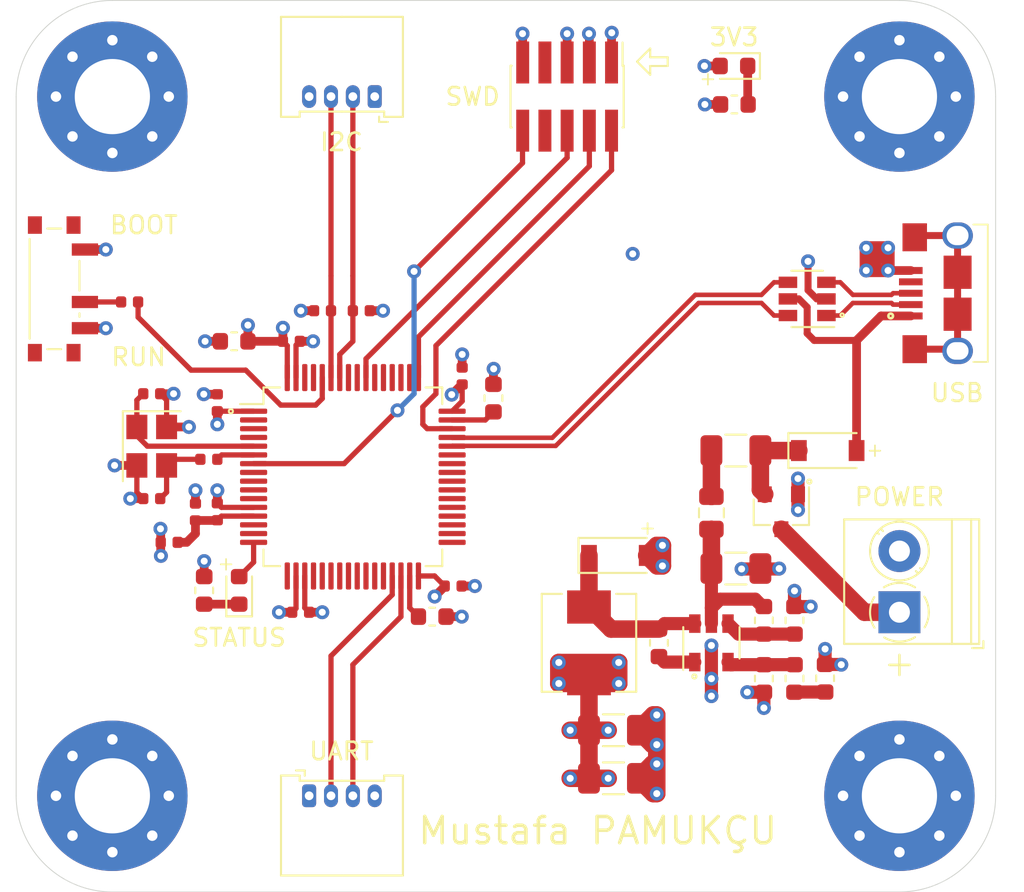
<source format=kicad_pcb>
(kicad_pcb (version 20171130) (host pcbnew "(5.1.7)-1")
  (layers (0 F.Cu signal) (1 In1.Cu power) (2 In2.Cu power) (31 B.Cu signal) (34 B.Paste user) (35 F.Paste user) (36 B.SilkS user) (37 F.SilkS user) (38 B.Mask user) (39 F.Mask user) (44 Edge.Cuts user))
  (net 0 "")
  (net 1 BUCK_IN)
  (net 2 GND)
  (net 3 +3V3)
  (net 4 BUCK_SW)
  (net 5 BUCK_BST)
  (net 6 +3.3VA)
  (net 7 "Net-(C13-Pad1)")
  (net 8 "Net-(C14-Pad1)")
  (net 9 HSE_IN)
  (net 10 "Net-(C16-Pad1)")
  (net 11 +5V)
  (net 12 "Net-(D1-Pad1)")
  (net 13 "Net-(D3-Pad1)")
  (net 14 "Net-(D4-Pad1)")
  (net 15 LED_STATUS)
  (net 16 "Net-(F1-Pad1)")
  (net 17 +12V)
  (net 18 SWDIO)
  (net 19 SWCLK)
  (net 20 SWO)
  (net 21 "Net-(J2-Pad7)")
  (net 22 "Net-(J2-Pad8)")
  (net 23 NRST)
  (net 24 I2C1_SDA)
  (net 25 I2C1_SCL)
  (net 26 USART3_TX)
  (net 27 USART3_RX)
  (net 28 USB_CONN_D-)
  (net 29 USB_CONN_D+)
  (net 30 "Net-(J5-Pad4)")
  (net 31 "Net-(J5-Pad6)")
  (net 32 BUCK_EN)
  (net 33 BUCK_FB)
  (net 34 "Net-(R4-Pad2)")
  (net 35 BOOT0)
  (net 36 "Net-(R7-Pad1)")
  (net 37 HSE_OUT)
  (net 38 "Net-(U2-Pad2)")
  (net 39 "Net-(U2-Pad3)")
  (net 40 "Net-(U2-Pad4)")
  (net 41 "Net-(U2-Pad8)")
  (net 42 "Net-(U2-Pad9)")
  (net 43 "Net-(U2-Pad10)")
  (net 44 "Net-(U2-Pad11)")
  (net 45 "Net-(U2-Pad14)")
  (net 46 "Net-(U2-Pad15)")
  (net 47 "Net-(U2-Pad17)")
  (net 48 "Net-(U2-Pad20)")
  (net 49 "Net-(U2-Pad21)")
  (net 50 "Net-(U2-Pad22)")
  (net 51 "Net-(U2-Pad23)")
  (net 52 "Net-(U2-Pad24)")
  (net 53 "Net-(U2-Pad25)")
  (net 54 "Net-(U2-Pad26)")
  (net 55 "Net-(U2-Pad27)")
  (net 56 "Net-(U2-Pad28)")
  (net 57 "Net-(U2-Pad33)")
  (net 58 "Net-(U2-Pad34)")
  (net 59 "Net-(U2-Pad35)")
  (net 60 "Net-(U2-Pad36)")
  (net 61 "Net-(U2-Pad37)")
  (net 62 "Net-(U2-Pad38)")
  (net 63 "Net-(U2-Pad39)")
  (net 64 "Net-(U2-Pad40)")
  (net 65 "Net-(U2-Pad41)")
  (net 66 "Net-(U2-Pad42)")
  (net 67 "Net-(U2-Pad43)")
  (net 68 USB_D-)
  (net 69 USB_D+)
  (net 70 "Net-(U2-Pad50)")
  (net 71 "Net-(U2-Pad51)")
  (net 72 "Net-(U2-Pad52)")
  (net 73 "Net-(U2-Pad53)")
  (net 74 "Net-(U2-Pad54)")
  (net 75 "Net-(U2-Pad56)")
  (net 76 "Net-(U2-Pad57)")
  (net 77 "Net-(U2-Pad61)")
  (net 78 "Net-(U2-Pad62)")
  (module SchmillipKiCADLibrary:JLCPCB_MountingHole_1.152mm (layer F.Cu) (at 178.25 110)
    (fp_text reference REF**)
    (fp_text value MountingHole_1.152mm)
    (pad "" np_thru_hole circle (at 0 0) (size 1.152 1.152) (drill 1.152) (layers *.Cu *.Mask))
  )
  (module SchmillipKiCADLibrary:JLCPCB_MountingHole_1.152mm (layer F.Cu) (at 178.25 70)
    (fp_text reference REF**)
    (fp_text value MountingHole_1.152mm)
    (pad "" np_thru_hole circle (at 0 0) (size 1.152 1.152) (drill 1.152) (layers *.Cu *.Mask))
  )
  (module SchmillipKiCADLibrary:JLCPCB_MountingHole_1.152mm (layer F.Cu) (at 145.5 70)
    (fp_text reference REF**)
    (fp_text value MountingHole_1.152mm)
    (pad "" np_thru_hole circle (at 0 0) (size 1.152 1.152) (drill 1.152) (layers *.Cu *.Mask))
  )
  (module Button_Switch_SMD:SW_SPDT_PCM12 (layer F.Cu) (at 136.25 81 270)
    (fp_text reference SW1)
    (fp_text value SW_SPDT)
    (pad "" np_thru_hole circle (at -1.5 0.33 270) (size 0.9 0.9) (drill 0.9) (layers *.Cu *.Mask))
    (pad "" np_thru_hole circle (at 1.5 0.33 270) (size 0.9 0.9) (drill 0.9) (layers *.Cu *.Mask))
    (pad 1 smd rect (at -2.25 -1.43 270) (size 0.7 1.5) (layers F.Cu F.Paste F.Mask) (net 3 +3V3))
    (pad 2 smd rect (at 0.75 -1.43 270) (size 0.7 1.5) (layers F.Cu F.Paste F.Mask) (net 36 "Net-(R7-Pad1)"))
    (pad 3 smd rect (at 2.25 -1.43 270) (size 0.7 1.5) (layers F.Cu F.Paste F.Mask) (net 2 GND))
    (pad "" smd rect (at -3.65 1.43 270) (size 1 0.8) (layers F.Cu F.Paste F.Mask))
    (pad "" smd rect (at 3.65 1.43 270) (size 1 0.8) (layers F.Cu F.Paste F.Mask))
    (pad "" smd rect (at 3.65 -0.78 270) (size 1 0.8) (layers F.Cu F.Paste F.Mask))
    (pad "" smd rect (at -3.65 -0.78 270) (size 1 0.8) (layers F.Cu F.Paste F.Mask))
  )
  (module Connector_PinHeader_1.27mm:PinHeader_2x05_P1.27mm_Vertical_SMD (layer F.Cu) (at 165.25 70 270)
    (fp_text reference J2)
    (fp_text value SWD)
    (pad 10 smd rect (at 1.95 2.54 270) (size 2.4 0.74) (layers F.Cu F.Paste F.Mask) (net 23 NRST))
    (pad 9 smd rect (at -1.95 2.54 270) (size 2.4 0.74) (layers F.Cu F.Paste F.Mask) (net 2 GND))
    (pad 8 smd rect (at 1.95 1.27 270) (size 2.4 0.74) (layers F.Cu F.Paste F.Mask) (net 22 "Net-(J2-Pad8)"))
    (pad 7 smd rect (at -1.95 1.27 270) (size 2.4 0.74) (layers F.Cu F.Paste F.Mask) (net 21 "Net-(J2-Pad7)"))
    (pad 6 smd rect (at 1.95 0 270) (size 2.4 0.74) (layers F.Cu F.Paste F.Mask) (net 20 SWO))
    (pad 5 smd rect (at -1.95 0 270) (size 2.4 0.74) (layers F.Cu F.Paste F.Mask) (net 2 GND))
    (pad 4 smd rect (at 1.95 -1.27 270) (size 2.4 0.74) (layers F.Cu F.Paste F.Mask) (net 19 SWCLK))
    (pad 3 smd rect (at -1.95 -1.27 270) (size 2.4 0.74) (layers F.Cu F.Paste F.Mask) (net 2 GND))
    (pad 2 smd rect (at 1.95 -2.54 270) (size 2.4 0.74) (layers F.Cu F.Paste F.Mask) (net 18 SWDIO))
    (pad 1 smd rect (at -1.95 -2.54 270) (size 2.4 0.74) (layers F.Cu F.Paste F.Mask) (net 3 +3V3))
  )
  (module Capacitor_SMD:C_1206_3216Metric (layer F.Cu) (at 174.9 97)
    (fp_text reference C1)
    (fp_text value 10u)
    (pad 1 smd roundrect (at -1.4 0) (size 1.25 1.75) (layers F.Cu F.Paste F.Mask) (roundrect_rratio 0.2) (net 1 BUCK_IN))
    (pad 2 smd roundrect (at 1.4 0) (size 1.25 1.75) (layers F.Cu F.Paste F.Mask) (roundrect_rratio 0.2) (net 2 GND))
  )
  (module Capacitor_SMD:C_1206_3216Metric (layer F.Cu) (at 167.9 106.25)
    (fp_text reference C2)
    (fp_text value 10u)
    (pad 1 smd roundrect (at -1.4 0) (size 1.25 1.75) (layers F.Cu F.Paste F.Mask) (roundrect_rratio 0.2) (net 3 +3V3))
    (pad 2 smd roundrect (at 1.4 0) (size 1.25 1.75) (layers F.Cu F.Paste F.Mask) (roundrect_rratio 0.2) (net 2 GND))
  )
  (module Capacitor_SMD:C_1206_3216Metric (layer F.Cu) (at 167.9 109)
    (fp_text reference C3)
    (fp_text value 10u)
    (pad 2 smd roundrect (at 1.4 0) (size 1.25 1.75) (layers F.Cu F.Paste F.Mask) (roundrect_rratio 0.2) (net 2 GND))
    (pad 1 smd roundrect (at -1.4 0) (size 1.25 1.75) (layers F.Cu F.Paste F.Mask) (roundrect_rratio 0.2) (net 3 +3V3))
  )
  (module Capacitor_SMD:C_0603_1608Metric (layer F.Cu) (at 170.5 101.25 270)
    (fp_text reference C4)
    (fp_text value 10n)
    (pad 1 smd roundrect (at -0.7875 0 270) (size 0.875 0.95) (layers F.Cu F.Paste F.Mask) (net 4 BUCK_SW))
    (pad 2 smd roundrect (at 0.7875 0 270) (size 0.875 0.95) (layers F.Cu F.Paste F.Mask) (net 5 BUCK_BST))
  )
  (module Capacitor_SMD:C_0603_1608Metric (layer F.Cu) (at 146.2125 84 180)
    (fp_text reference C5)
    (fp_text value 4u7)
    (pad 2 smd roundrect (at 0.7875 0 180) (size 0.875 0.95) (layers F.Cu F.Paste F.Mask) (net 2 GND))
    (pad 1 smd roundrect (at -0.7875 0 180) (size 0.875 0.95) (layers F.Cu F.Paste F.Mask) (net 3 +3V3))
  )
  (module Capacitor_SMD:C_0402_1005Metric (layer F.Cu) (at 145.25 87.515 90)
    (fp_text reference C6)
    (fp_text value 100n)
    (pad 2 smd roundrect (at 0.485 0 90) (size 0.59 0.64) (layers F.Cu F.Paste F.Mask) (net 2 GND))
    (pad 1 smd roundrect (at -0.485 0 90) (size 0.59 0.64) (layers F.Cu F.Paste F.Mask) (net 3 +3V3))
  )
  (module Capacitor_SMD:C_0402_1005Metric (layer F.Cu) (at 150.015 99.5 180)
    (fp_text reference C7)
    (fp_text value 100n)
    (pad 1 smd roundrect (at -0.485 0 180) (size 0.59 0.64) (layers F.Cu F.Paste F.Mask) (net 3 +3V3))
    (pad 2 smd roundrect (at 0.485 0 180) (size 0.59 0.64) (layers F.Cu F.Paste F.Mask) (net 2 GND))
  )
  (module Capacitor_SMD:C_0402_1005Metric (layer F.Cu) (at 158.735 98)
    (fp_text reference C8)
    (fp_text value 100n)
    (pad 2 smd roundrect (at 0.485 0) (size 0.59 0.64) (layers F.Cu F.Paste F.Mask) (net 2 GND))
    (pad 1 smd roundrect (at -0.485 0) (size 0.59 0.64) (layers F.Cu F.Paste F.Mask) (net 3 +3V3))
  )
  (module Capacitor_SMD:C_0402_1005Metric (layer F.Cu) (at 159.25 85.985 90)
    (fp_text reference C9)
    (fp_text value 100n)
    (pad 1 smd roundrect (at -0.485 0 90) (size 0.59 0.64) (layers F.Cu F.Paste F.Mask) (net 3 +3V3))
    (pad 2 smd roundrect (at 0.485 0 90) (size 0.59 0.64) (layers F.Cu F.Paste F.Mask) (net 2 GND))
  )
  (module Capacitor_SMD:C_0402_1005Metric (layer F.Cu) (at 149.485 84)
    (fp_text reference C10)
    (fp_text value 100n)
    (pad 2 smd roundrect (at 0.485 0) (size 0.59 0.64) (layers F.Cu F.Paste F.Mask) (net 2 GND))
    (pad 1 smd roundrect (at -0.485 0) (size 0.59 0.64) (layers F.Cu F.Paste F.Mask) (net 3 +3V3))
  )
  (module Capacitor_SMD:C_0402_1005Metric (layer F.Cu) (at 144 93.765 90)
    (fp_text reference C11)
    (fp_text value 1u)
    (pad 1 smd roundrect (at -0.485 0 90) (size 0.59 0.64) (layers F.Cu F.Paste F.Mask) (net 6 +3.3VA))
    (pad 2 smd roundrect (at 0.485 0 90) (size 0.59 0.64) (layers F.Cu F.Paste F.Mask) (net 2 GND))
  )
  (module Capacitor_SMD:C_0402_1005Metric (layer F.Cu) (at 145.25 93.75 90)
    (fp_text reference C12)
    (fp_text value 10n)
    (pad 1 smd roundrect (at -0.485 0 90) (size 0.59 0.64) (layers F.Cu F.Paste F.Mask) (net 6 +3.3VA))
    (pad 2 smd roundrect (at 0.485 0 90) (size 0.59 0.64) (layers F.Cu F.Paste F.Mask) (net 2 GND))
  )
  (module Capacitor_SMD:C_0603_1608Metric (layer F.Cu) (at 157.5375 99.75)
    (fp_text reference C13)
    (fp_text value 2u2)
    (pad 1 smd roundrect (at -0.7875 0) (size 0.875 0.95) (layers F.Cu F.Paste F.Mask) (net 7 "Net-(C13-Pad1)"))
    (pad 2 smd roundrect (at 0.7875 0) (size 0.875 0.95) (layers F.Cu F.Paste F.Mask) (net 2 GND))
  )
  (module Capacitor_SMD:C_0603_1608Metric (layer F.Cu) (at 161.0375 87.25 90)
    (fp_text reference C14)
    (fp_text value 2u2)
    (pad 2 smd roundrect (at 0.7875 0 90) (size 0.875 0.95) (layers F.Cu F.Paste F.Mask) (net 2 GND))
    (pad 1 smd roundrect (at -0.7875 0 90) (size 0.875 0.95) (layers F.Cu F.Paste F.Mask) (net 8 "Net-(C14-Pad1)"))
  )
  (module Capacitor_SMD:C_0402_1005Metric (layer F.Cu) (at 141.5 87)
    (fp_text reference C15)
    (fp_text value 12p)
    (pad 2 smd roundrect (at 0.485 0) (size 0.59 0.64) (layers F.Cu F.Paste F.Mask) (net 2 GND))
    (pad 1 smd roundrect (at -0.485 0) (size 0.59 0.64) (layers F.Cu F.Paste F.Mask) (net 9 HSE_IN))
  )
  (module Capacitor_SMD:C_0402_1005Metric (layer F.Cu) (at 141.5 93 180)
    (fp_text reference C16)
    (fp_text value 12p)
    (pad 1 smd roundrect (at -0.485 0 180) (size 0.59 0.64) (layers F.Cu F.Paste F.Mask) (net 10 "Net-(C16-Pad1)"))
    (pad 2 smd roundrect (at 0.485 0 180) (size 0.59 0.64) (layers F.Cu F.Paste F.Mask) (net 2 GND))
  )
  (module Diode_SMD:D_SOD-123 (layer F.Cu) (at 180.15 90.25)
    (fp_text reference D1)
    (fp_text value B5819W)
    (pad 2 smd rect (at 1.65 0) (size 0.9 1.2) (layers F.Cu F.Paste F.Mask) (net 11 +5V))
    (pad 1 smd rect (at -1.65 0) (size 0.9 1.2) (layers F.Cu F.Paste F.Mask) (net 12 "Net-(D1-Pad1)"))
  )
  (module Diode_SMD:D_SOD-123 (layer F.Cu) (at 168.15 96.25)
    (fp_text reference D2)
    (fp_text value B5819W)
    (pad 1 smd rect (at -1.65 0) (size 0.9 1.2) (layers F.Cu F.Paste F.Mask) (net 4 BUCK_SW))
    (pad 2 smd rect (at 1.65 0) (size 0.9 1.2) (layers F.Cu F.Paste F.Mask) (net 2 GND))
  )
  (module LED_SMD:LED_0603_1608Metric (layer F.Cu) (at 174.7875 68.25 180)
    (fp_text reference D3)
    (fp_text value RED)
    (pad 2 smd roundrect (at 0.7875 0 180) (size 0.875 0.95) (layers F.Cu F.Paste F.Mask) (net 3 +3V3))
    (pad 1 smd roundrect (at -0.7875 0 180) (size 0.875 0.95) (layers F.Cu F.Paste F.Mask) (net 13 "Net-(D3-Pad1)"))
  )
  (module LED_SMD:LED_0603_1608Metric (layer F.Cu) (at 146.5 98.25 90)
    (fp_text reference D4)
    (fp_text value BLUE)
    (pad 1 smd roundrect (at -0.7875 0 90) (size 0.875 0.95) (layers F.Cu F.Paste F.Mask) (net 14 "Net-(D4-Pad1)"))
    (pad 2 smd roundrect (at 0.7875 0 90) (size 0.875 0.95) (layers F.Cu F.Paste F.Mask) (net 15 LED_STATUS))
  )
  (module Fuse:Fuse_1206_3216Metric (layer F.Cu) (at 174.9 90.25)
    (fp_text reference F1)
    (fp_text value 250mA)
    (pad 1 smd roundrect (at -1.4 0) (size 1.25 1.75) (layers F.Cu F.Paste F.Mask) (roundrect_rratio 0.2) (net 16 "Net-(F1-Pad1)"))
    (pad 2 smd roundrect (at 1.4 0) (size 1.25 1.75) (layers F.Cu F.Paste F.Mask) (roundrect_rratio 0.2) (net 12 "Net-(D1-Pad1)"))
  )
  (module Inductor_SMD:L_0805_2012Metric (layer F.Cu) (at 173.5 93.8125 90)
    (fp_text reference FB1)
    (fp_text value "600 @ 600MHz")
    (pad 1 smd roundrect (at -0.9375 0 90) (size 0.975 1.4) (layers F.Cu F.Paste F.Mask) (net 1 BUCK_IN))
    (pad 2 smd roundrect (at 0.9375 0 90) (size 0.975 1.4) (layers F.Cu F.Paste F.Mask) (net 16 "Net-(F1-Pad1)"))
  )
  (module MountingHole:MountingHole_4.3mm_M4_Pad_Via (layer F.Cu) (at 184.25 70)
    (fp_text reference H1)
    (fp_text value MountingHole_Pad)
    (pad 1 thru_hole circle (at 0 0) (size 8.6 8.6) (drill 4.3) (layers *.Cu *.Mask) (net 2 GND))
    (pad 1 thru_hole circle (at 3.225 0) (size 0.9 0.9) (drill 0.6) (layers *.Cu *.Mask) (net 2 GND))
    (pad 1 thru_hole circle (at 2.280419 2.280419) (size 0.9 0.9) (drill 0.6) (layers *.Cu *.Mask) (net 2 GND))
    (pad 1 thru_hole circle (at 0 3.225) (size 0.9 0.9) (drill 0.6) (layers *.Cu *.Mask) (net 2 GND))
    (pad 1 thru_hole circle (at -2.280419 2.280419) (size 0.9 0.9) (drill 0.6) (layers *.Cu *.Mask) (net 2 GND))
    (pad 1 thru_hole circle (at -3.225 0) (size 0.9 0.9) (drill 0.6) (layers *.Cu *.Mask) (net 2 GND))
    (pad 1 thru_hole circle (at -2.280419 -2.280419) (size 0.9 0.9) (drill 0.6) (layers *.Cu *.Mask) (net 2 GND))
    (pad 1 thru_hole circle (at 0 -3.225) (size 0.9 0.9) (drill 0.6) (layers *.Cu *.Mask) (net 2 GND))
    (pad 1 thru_hole circle (at 2.280419 -2.280419) (size 0.9 0.9) (drill 0.6) (layers *.Cu *.Mask) (net 2 GND))
  )
  (module MountingHole:MountingHole_4.3mm_M4_Pad_Via (layer F.Cu) (at 184.25 110)
    (fp_text reference H2)
    (fp_text value MountingHole_Pad)
    (pad 1 thru_hole circle (at 2.280419 -2.280419) (size 0.9 0.9) (drill 0.6) (layers *.Cu *.Mask) (net 2 GND))
    (pad 1 thru_hole circle (at 0 -3.225) (size 0.9 0.9) (drill 0.6) (layers *.Cu *.Mask) (net 2 GND))
    (pad 1 thru_hole circle (at -2.280419 -2.280419) (size 0.9 0.9) (drill 0.6) (layers *.Cu *.Mask) (net 2 GND))
    (pad 1 thru_hole circle (at -3.225 0) (size 0.9 0.9) (drill 0.6) (layers *.Cu *.Mask) (net 2 GND))
    (pad 1 thru_hole circle (at -2.280419 2.280419) (size 0.9 0.9) (drill 0.6) (layers *.Cu *.Mask) (net 2 GND))
    (pad 1 thru_hole circle (at 0 3.225) (size 0.9 0.9) (drill 0.6) (layers *.Cu *.Mask) (net 2 GND))
    (pad 1 thru_hole circle (at 2.280419 2.280419) (size 0.9 0.9) (drill 0.6) (layers *.Cu *.Mask) (net 2 GND))
    (pad 1 thru_hole circle (at 3.225 0) (size 0.9 0.9) (drill 0.6) (layers *.Cu *.Mask) (net 2 GND))
    (pad 1 thru_hole circle (at 0 0) (size 8.6 8.6) (drill 4.3) (layers *.Cu *.Mask) (net 2 GND))
  )
  (module MountingHole:MountingHole_4.3mm_M4_Pad_Via (layer F.Cu) (at 139.25 110)
    (fp_text reference H3)
    (fp_text value MountingHole_Pad)
    (pad 1 thru_hole circle (at 0 0) (size 8.6 8.6) (drill 4.3) (layers *.Cu *.Mask) (net 2 GND))
    (pad 1 thru_hole circle (at 3.225 0) (size 0.9 0.9) (drill 0.6) (layers *.Cu *.Mask) (net 2 GND))
    (pad 1 thru_hole circle (at 2.280419 2.280419) (size 0.9 0.9) (drill 0.6) (layers *.Cu *.Mask) (net 2 GND))
    (pad 1 thru_hole circle (at 0 3.225) (size 0.9 0.9) (drill 0.6) (layers *.Cu *.Mask) (net 2 GND))
    (pad 1 thru_hole circle (at -2.280419 2.280419) (size 0.9 0.9) (drill 0.6) (layers *.Cu *.Mask) (net 2 GND))
    (pad 1 thru_hole circle (at -3.225 0) (size 0.9 0.9) (drill 0.6) (layers *.Cu *.Mask) (net 2 GND))
    (pad 1 thru_hole circle (at -2.280419 -2.280419) (size 0.9 0.9) (drill 0.6) (layers *.Cu *.Mask) (net 2 GND))
    (pad 1 thru_hole circle (at 0 -3.225) (size 0.9 0.9) (drill 0.6) (layers *.Cu *.Mask) (net 2 GND))
    (pad 1 thru_hole circle (at 2.280419 -2.280419) (size 0.9 0.9) (drill 0.6) (layers *.Cu *.Mask) (net 2 GND))
  )
  (module MountingHole:MountingHole_4.3mm_M4_Pad_Via (layer F.Cu) (at 139.25 70)
    (fp_text reference H4)
    (fp_text value MountingHole_Pad)
    (pad 1 thru_hole circle (at 2.280419 -2.280419) (size 0.9 0.9) (drill 0.6) (layers *.Cu *.Mask) (net 2 GND))
    (pad 1 thru_hole circle (at 0 -3.225) (size 0.9 0.9) (drill 0.6) (layers *.Cu *.Mask) (net 2 GND))
    (pad 1 thru_hole circle (at -2.280419 -2.280419) (size 0.9 0.9) (drill 0.6) (layers *.Cu *.Mask) (net 2 GND))
    (pad 1 thru_hole circle (at -3.225 0) (size 0.9 0.9) (drill 0.6) (layers *.Cu *.Mask) (net 2 GND))
    (pad 1 thru_hole circle (at -2.280419 2.280419) (size 0.9 0.9) (drill 0.6) (layers *.Cu *.Mask) (net 2 GND))
    (pad 1 thru_hole circle (at 0 3.225) (size 0.9 0.9) (drill 0.6) (layers *.Cu *.Mask) (net 2 GND))
    (pad 1 thru_hole circle (at 2.280419 2.280419) (size 0.9 0.9) (drill 0.6) (layers *.Cu *.Mask) (net 2 GND))
    (pad 1 thru_hole circle (at 3.225 0) (size 0.9 0.9) (drill 0.6) (layers *.Cu *.Mask) (net 2 GND))
    (pad 1 thru_hole circle (at 0 0) (size 8.6 8.6) (drill 4.3) (layers *.Cu *.Mask) (net 2 GND))
  )
  (module TerminalBlock_Phoenix:TerminalBlock_Phoenix_PT-1,5-2-3.5-H_1x02_P3.50mm_Horizontal (layer F.Cu) (at 184.25 99.5 90)
    (fp_text reference J1)
    (fp_text value Screw_Terminal_01x02)
    (pad 1 thru_hole rect (at 0 0 90) (size 2.4 2.4) (drill 1.2) (layers *.Cu *.Mask) (net 17 +12V))
    (pad 2 thru_hole circle (at 3.5 0 90) (size 2.4 2.4) (drill 1.2) (layers *.Cu *.Mask) (net 2 GND))
  )
  (module Connector_Molex:Molex_PicoBlade_53048-0410_1x04_P1.25mm_Horizontal (layer F.Cu) (at 154.25 70 180)
    (fp_text reference J3)
    (fp_text value Conn_01x04)
    (pad 4 thru_hole oval (at 3.75 0 180) (size 0.8 1.3) (drill 0.5) (layers *.Cu *.Mask) (net 2 GND))
    (pad 3 thru_hole oval (at 2.5 0 180) (size 0.8 1.3) (drill 0.5) (layers *.Cu *.Mask) (net 24 I2C1_SDA))
    (pad 2 thru_hole oval (at 1.25 0 180) (size 0.8 1.3) (drill 0.5) (layers *.Cu *.Mask) (net 25 I2C1_SCL))
    (pad 1 thru_hole roundrect (at 0 0 180) (size 0.8 1.3) (drill 0.5) (layers *.Cu *.Mask) (net 3 +3V3))
  )
  (module Connector_Molex:Molex_PicoBlade_53048-0410_1x04_P1.25mm_Horizontal (layer F.Cu) (at 150.5 110)
    (fp_text reference J4)
    (fp_text value Conn_01x04)
    (pad 1 thru_hole roundrect (at 0 0) (size 0.8 1.3) (drill 0.5) (layers *.Cu *.Mask) (net 3 +3V3))
    (pad 2 thru_hole oval (at 1.25 0) (size 0.8 1.3) (drill 0.5) (layers *.Cu *.Mask) (net 26 USART3_TX))
    (pad 3 thru_hole oval (at 2.5 0) (size 0.8 1.3) (drill 0.5) (layers *.Cu *.Mask) (net 27 USART3_RX))
    (pad 4 thru_hole oval (at 3.75 0) (size 0.8 1.3) (drill 0.5) (layers *.Cu *.Mask) (net 2 GND))
  )
  (module SchmillipKiCADLibrary:USB_MICRO_B_101181930001LF (layer F.Cu) (at 187.5 81.25 90)
    (fp_text reference J5)
    (fp_text value USB_B_Micro hide)
    (pad 1 smd rect (at -1.3 -2.6 90) (size 0.4 1.35) (layers F.Cu F.Paste F.Mask) (net 11 +5V))
    (pad 2 smd rect (at -0.65 -2.6 90) (size 0.4 1.35) (layers F.Cu F.Paste F.Mask) (net 28 USB_CONN_D-))
    (pad 3 smd rect (at 0 -2.6 90) (size 0.4 1.35) (layers F.Cu F.Paste F.Mask) (net 29 USB_CONN_D+))
    (pad 4 smd rect (at 0.65 -2.6 90) (size 0.4 1.35) (layers F.Cu F.Paste F.Mask) (net 30 "Net-(J5-Pad4)"))
    (pad 5 smd rect (at 1.3 -2.6 90) (size 0.4 1.35) (layers F.Cu F.Paste F.Mask) (net 2 GND))
    (pad 6 thru_hole oval (at -3.3 0.075 180) (size 1.75 1.5) (drill oval 1.25 1) (layers *.Cu *.Mask) (net 31 "Net-(J5-Pad6)"))
    (pad 6 thru_hole oval (at 3.3 0.075 180) (size 1.75 1.5) (drill oval 1.25 1.1) (layers *.Cu *.Mask) (net 31 "Net-(J5-Pad6)"))
    (pad 6 smd rect (at -3.2 -2.375 180) (size 1.4 1.6) (layers F.Cu F.Paste F.Mask) (net 31 "Net-(J5-Pad6)"))
    (pad 6 smd rect (at -1.2 0.075 180) (size 1.6 1.9) (layers F.Cu F.Paste F.Mask) (net 31 "Net-(J5-Pad6)"))
    (pad 6 smd rect (at 1.2 0.075 180) (size 1.6 1.9) (layers F.Cu F.Paste F.Mask) (net 31 "Net-(J5-Pad6)"))
    (pad 6 smd rect (at 3.2 -2.375 180) (size 1.4 1.6) (layers F.Cu F.Paste F.Mask) (net 31 "Net-(J5-Pad6)"))
  )
  (module Inductor_SMD:L_Sunlord_MWSA0518_5.4x5.2mm (layer F.Cu) (at 166.5 101.25 270)
    (fp_text reference L1)
    (fp_text value 10u)
    (pad 1 smd rect (at -2.05 0 270) (size 1.9 2.5) (layers F.Cu F.Paste F.Mask) (net 4 BUCK_SW))
    (pad 2 smd rect (at 2.05 0 270) (size 1.9 2.5) (layers F.Cu F.Paste F.Mask) (net 3 +3V3))
  )
  (module Inductor_SMD:L_0402_1005Metric (layer F.Cu) (at 142.5 95.5)
    (fp_text reference L2)
    (fp_text value 39n)
    (pad 1 smd roundrect (at -0.485 0) (size 0.59 0.64) (layers F.Cu F.Paste F.Mask) (net 3 +3V3))
    (pad 2 smd roundrect (at 0.485 0) (size 0.59 0.64) (layers F.Cu F.Paste F.Mask) (net 6 +3.3VA))
  )
  (module Package_TO_SOT_SMD:SOT-23 (layer F.Cu) (at 177.5 93.75 270)
    (fp_text reference Q1)
    (fp_text value AO3401A)
    (pad 1 smd rect (at -1 -0.95 270) (size 0.9 0.8) (layers F.Cu F.Paste F.Mask) (net 2 GND))
    (pad 2 smd rect (at -1 0.95 270) (size 0.9 0.8) (layers F.Cu F.Paste F.Mask) (net 12 "Net-(D1-Pad1)"))
    (pad 3 smd rect (at 1 0 270) (size 0.9 0.8) (layers F.Cu F.Paste F.Mask) (net 17 +12V))
  )
  (module Resistor_SMD:R_0603_1608Metric (layer F.Cu) (at 176.5 99.9625 270)
    (fp_text reference R1)
    (fp_text value 100k)
    (pad 2 smd roundrect (at 0.7875 0 270) (size 0.875 0.95) (layers F.Cu F.Paste F.Mask) (net 32 BUCK_EN))
    (pad 1 smd roundrect (at -0.7875 0 270) (size 0.875 0.95) (layers F.Cu F.Paste F.Mask) (net 1 BUCK_IN))
  )
  (module Resistor_SMD:R_0603_1608Metric (layer F.Cu) (at 178.25 99.9625 90)
    (fp_text reference R2)
    (fp_text value 68k)
    (pad 1 smd roundrect (at -0.7875 0 90) (size 0.875 0.95) (layers F.Cu F.Paste F.Mask) (net 32 BUCK_EN))
    (pad 2 smd roundrect (at 0.7875 0 90) (size 0.875 0.95) (layers F.Cu F.Paste F.Mask) (net 2 GND))
  )
  (module Resistor_SMD:R_0603_1608Metric (layer F.Cu) (at 176.5 103.2875 90)
    (fp_text reference R3)
    (fp_text value 47k)
    (pad 1 smd roundrect (at -0.7875 0 90) (size 0.875 0.95) (layers F.Cu F.Paste F.Mask) (net 3 +3V3))
    (pad 2 smd roundrect (at 0.7875 0 90) (size 0.875 0.95) (layers F.Cu F.Paste F.Mask) (net 33 BUCK_FB))
  )
  (module Resistor_SMD:R_0603_1608Metric (layer F.Cu) (at 178.25 103.2875 270)
    (fp_text reference R4)
    (fp_text value 15k)
    (pad 1 smd roundrect (at -0.7875 0 270) (size 0.875 0.95) (layers F.Cu F.Paste F.Mask) (net 33 BUCK_FB))
    (pad 2 smd roundrect (at 0.7875 0 270) (size 0.875 0.95) (layers F.Cu F.Paste F.Mask) (net 34 "Net-(R4-Pad2)"))
  )
  (module Resistor_SMD:R_0603_1608Metric (layer F.Cu) (at 180 103.275 90)
    (fp_text reference R5)
    (fp_text value 270)
    (pad 2 smd roundrect (at 0.7875 0 90) (size 0.875 0.95) (layers F.Cu F.Paste F.Mask) (net 2 GND))
    (pad 1 smd roundrect (at -0.7875 0 90) (size 0.875 0.95) (layers F.Cu F.Paste F.Mask) (net 34 "Net-(R4-Pad2)"))
  )
  (module Resistor_SMD:R_0603_1608Metric (layer F.Cu) (at 174.8125 70.45)
    (fp_text reference R6)
    (fp_text value 1k)
    (pad 2 smd roundrect (at 0.7875 0) (size 0.875 0.95) (layers F.Cu F.Paste F.Mask) (net 13 "Net-(D3-Pad1)"))
    (pad 1 smd roundrect (at -0.7875 0) (size 0.875 0.95) (layers F.Cu F.Paste F.Mask) (net 2 GND))
  )
  (module Resistor_SMD:R_0402_1005Metric (layer F.Cu) (at 140.235 81.75)
    (fp_text reference R7)
    (fp_text value 10k)
    (pad 2 smd roundrect (at 0.485 0) (size 0.59 0.64) (layers F.Cu F.Paste F.Mask) (net 35 BOOT0))
    (pad 1 smd roundrect (at -0.485 0) (size 0.59 0.64) (layers F.Cu F.Paste F.Mask) (net 36 "Net-(R7-Pad1)"))
  )
  (module Resistor_SMD:R_0402_1005Metric (layer F.Cu) (at 144.765 90.75 180)
    (fp_text reference R8)
    (fp_text value 47)
    (pad 1 smd roundrect (at -0.485 0 180) (size 0.59 0.64) (layers F.Cu F.Paste F.Mask) (net 37 HSE_OUT))
    (pad 2 smd roundrect (at 0.485 0 180) (size 0.59 0.64) (layers F.Cu F.Paste F.Mask) (net 10 "Net-(C16-Pad1)"))
  )
  (module Resistor_SMD:R_0603_1608Metric (layer F.Cu) (at 144.5 98.25 270)
    (fp_text reference R9)
    (fp_text value 1k5)
    (pad 1 smd roundrect (at -0.7875 0 270) (size 0.875 0.95) (layers F.Cu F.Paste F.Mask) (net 2 GND))
    (pad 2 smd roundrect (at 0.7875 0 270) (size 0.875 0.95) (layers F.Cu F.Paste F.Mask) (net 14 "Net-(D4-Pad1)"))
  )
  (module Resistor_SMD:R_0402_1005Metric (layer F.Cu) (at 153.485 82.25 180)
    (fp_text reference R10)
    (fp_text value 2k2)
    (pad 2 smd roundrect (at 0.485 0 180) (size 0.59 0.64) (layers F.Cu F.Paste F.Mask) (net 25 I2C1_SCL))
    (pad 1 smd roundrect (at -0.485 0 180) (size 0.59 0.64) (layers F.Cu F.Paste F.Mask) (net 3 +3V3))
  )
  (module Resistor_SMD:R_0402_1005Metric (layer F.Cu) (at 151.265 82.25)
    (fp_text reference R11)
    (fp_text value 2k2)
    (pad 1 smd roundrect (at -0.485 0) (size 0.59 0.64) (layers F.Cu F.Paste F.Mask) (net 3 +3V3))
    (pad 2 smd roundrect (at 0.485 0) (size 0.59 0.64) (layers F.Cu F.Paste F.Mask) (net 24 I2C1_SDA))
  )
  (module Package_TO_SOT_SMD:SOT-23-6 (layer F.Cu) (at 173.5 101.25 90)
    (fp_text reference U1)
    (fp_text value MP2359DJ-LF-Z)
    (pad 1 smd rect (at -1.1 -0.95 90) (size 1.06 0.65) (layers F.Cu F.Paste F.Mask) (net 5 BUCK_BST))
    (pad 2 smd rect (at -1.1 0 90) (size 1.06 0.65) (layers F.Cu F.Paste F.Mask) (net 2 GND))
    (pad 3 smd rect (at -1.1 0.95 90) (size 1.06 0.65) (layers F.Cu F.Paste F.Mask) (net 33 BUCK_FB))
    (pad 4 smd rect (at 1.1 0.95 90) (size 1.06 0.65) (layers F.Cu F.Paste F.Mask) (net 32 BUCK_EN))
    (pad 6 smd rect (at 1.1 -0.95 90) (size 1.06 0.65) (layers F.Cu F.Paste F.Mask) (net 4 BUCK_SW))
    (pad 5 smd rect (at 1.1 0 90) (size 1.06 0.65) (layers F.Cu F.Paste F.Mask) (net 1 BUCK_IN))
  )
  (module Package_QFP:LQFP-64_10x10mm_P0.5mm (layer F.Cu) (at 153 91.75)
    (fp_text reference U2)
    (fp_text value STM32F405RGT6)
    (pad 1 smd roundrect (at -5.675 -3.75) (size 1.55 0.3) (layers F.Cu F.Paste F.Mask) (net 3 +3V3))
    (pad 2 smd roundrect (at -5.675 -3.25) (size 1.55 0.3) (layers F.Cu F.Paste F.Mask) (net 38 "Net-(U2-Pad2)"))
    (pad 3 smd roundrect (at -5.675 -2.75) (size 1.55 0.3) (layers F.Cu F.Paste F.Mask) (net 39 "Net-(U2-Pad3)"))
    (pad 4 smd roundrect (at -5.675 -2.25) (size 1.55 0.3) (layers F.Cu F.Paste F.Mask) (net 40 "Net-(U2-Pad4)"))
    (pad 5 smd roundrect (at -5.675 -1.75) (size 1.55 0.3) (layers F.Cu F.Paste F.Mask) (net 9 HSE_IN))
    (pad 6 smd roundrect (at -5.675 -1.25) (size 1.55 0.3) (layers F.Cu F.Paste F.Mask) (net 37 HSE_OUT))
    (pad 7 smd roundrect (at -5.675 -0.75) (size 1.55 0.3) (layers F.Cu F.Paste F.Mask) (net 23 NRST))
    (pad 8 smd roundrect (at -5.675 -0.25) (size 1.55 0.3) (layers F.Cu F.Paste F.Mask) (net 41 "Net-(U2-Pad8)"))
    (pad 9 smd roundrect (at -5.675 0.25) (size 1.55 0.3) (layers F.Cu F.Paste F.Mask) (net 42 "Net-(U2-Pad9)"))
    (pad 10 smd roundrect (at -5.675 0.75) (size 1.55 0.3) (layers F.Cu F.Paste F.Mask) (net 43 "Net-(U2-Pad10)"))
    (pad 11 smd roundrect (at -5.675 1.25) (size 1.55 0.3) (layers F.Cu F.Paste F.Mask) (net 44 "Net-(U2-Pad11)"))
    (pad 12 smd roundrect (at -5.675 1.75) (size 1.55 0.3) (layers F.Cu F.Paste F.Mask) (net 2 GND))
    (pad 13 smd roundrect (at -5.675 2.25) (size 1.55 0.3) (layers F.Cu F.Paste F.Mask) (net 6 +3.3VA))
    (pad 14 smd roundrect (at -5.675 2.75) (size 1.55 0.3) (layers F.Cu F.Paste F.Mask) (net 45 "Net-(U2-Pad14)"))
    (pad 15 smd roundrect (at -5.675 3.25) (size 1.55 0.3) (layers F.Cu F.Paste F.Mask) (net 46 "Net-(U2-Pad15)"))
    (pad 16 smd roundrect (at -5.675 3.75) (size 1.55 0.3) (layers F.Cu F.Paste F.Mask) (net 15 LED_STATUS))
    (pad 17 smd roundrect (at -3.75 5.675) (size 0.3 1.55) (layers F.Cu F.Paste F.Mask) (net 47 "Net-(U2-Pad17)"))
    (pad 18 smd roundrect (at -3.25 5.675) (size 0.3 1.55) (layers F.Cu F.Paste F.Mask) (net 2 GND))
    (pad 19 smd roundrect (at -2.75 5.675) (size 0.3 1.55) (layers F.Cu F.Paste F.Mask) (net 3 +3V3))
    (pad 20 smd roundrect (at -2.25 5.675) (size 0.3 1.55) (layers F.Cu F.Paste F.Mask) (net 48 "Net-(U2-Pad20)"))
    (pad 21 smd roundrect (at -1.75 5.675) (size 0.3 1.55) (layers F.Cu F.Paste F.Mask) (net 49 "Net-(U2-Pad21)"))
    (pad 22 smd roundrect (at -1.25 5.675) (size 0.3 1.55) (layers F.Cu F.Paste F.Mask) (net 50 "Net-(U2-Pad22)"))
    (pad 23 smd roundrect (at -0.75 5.675) (size 0.3 1.55) (layers F.Cu F.Paste F.Mask) (net 51 "Net-(U2-Pad23)"))
    (pad 24 smd roundrect (at -0.25 5.675) (size 0.3 1.55) (layers F.Cu F.Paste F.Mask) (net 52 "Net-(U2-Pad24)"))
    (pad 25 smd roundrect (at 0.25 5.675) (size 0.3 1.55) (layers F.Cu F.Paste F.Mask) (net 53 "Net-(U2-Pad25)"))
    (pad 26 smd roundrect (at 0.75 5.675) (size 0.3 1.55) (layers F.Cu F.Paste F.Mask) (net 54 "Net-(U2-Pad26)"))
    (pad 27 smd roundrect (at 1.25 5.675) (size 0.3 1.55) (layers F.Cu F.Paste F.Mask) (net 55 "Net-(U2-Pad27)"))
    (pad 28 smd roundrect (at 1.75 5.675) (size 0.3 1.55) (layers F.Cu F.Paste F.Mask) (net 56 "Net-(U2-Pad28)"))
    (pad 29 smd roundrect (at 2.25 5.675) (size 0.3 1.55) (layers F.Cu F.Paste F.Mask) (net 26 USART3_TX))
    (pad 30 smd roundrect (at 2.75 5.675) (size 0.3 1.55) (layers F.Cu F.Paste F.Mask) (net 27 USART3_RX))
    (pad 31 smd roundrect (at 3.25 5.675) (size 0.3 1.55) (layers F.Cu F.Paste F.Mask) (net 7 "Net-(C13-Pad1)"))
    (pad 32 smd roundrect (at 3.75 5.675) (size 0.3 1.55) (layers F.Cu F.Paste F.Mask) (net 3 +3V3))
    (pad 33 smd roundrect (at 5.675 3.75) (size 1.55 0.3) (layers F.Cu F.Paste F.Mask) (net 57 "Net-(U2-Pad33)"))
    (pad 34 smd roundrect (at 5.675 3.25) (size 1.55 0.3) (layers F.Cu F.Paste F.Mask) (net 58 "Net-(U2-Pad34)"))
    (pad 35 smd roundrect (at 5.675 2.75) (size 1.55 0.3) (layers F.Cu F.Paste F.Mask) (net 59 "Net-(U2-Pad35)"))
    (pad 36 smd roundrect (at 5.675 2.25) (size 1.55 0.3) (layers F.Cu F.Paste F.Mask) (net 60 "Net-(U2-Pad36)"))
    (pad 37 smd roundrect (at 5.675 1.75) (size 1.55 0.3) (layers F.Cu F.Paste F.Mask) (net 61 "Net-(U2-Pad37)"))
    (pad 38 smd roundrect (at 5.675 1.25) (size 1.55 0.3) (layers F.Cu F.Paste F.Mask) (net 62 "Net-(U2-Pad38)"))
    (pad 39 smd roundrect (at 5.675 0.75) (size 1.55 0.3) (layers F.Cu F.Paste F.Mask) (net 63 "Net-(U2-Pad39)"))
    (pad 40 smd roundrect (at 5.675 0.25) (size 1.55 0.3) (layers F.Cu F.Paste F.Mask) (net 64 "Net-(U2-Pad40)"))
    (pad 41 smd roundrect (at 5.675 -0.25) (size 1.55 0.3) (layers F.Cu F.Paste F.Mask) (net 65 "Net-(U2-Pad41)"))
    (pad 42 smd roundrect (at 5.675 -0.75) (size 1.55 0.3) (layers F.Cu F.Paste F.Mask) (net 66 "Net-(U2-Pad42)"))
    (pad 43 smd roundrect (at 5.675 -1.25) (size 1.55 0.3) (layers F.Cu F.Paste F.Mask) (net 67 "Net-(U2-Pad43)"))
    (pad 44 smd roundrect (at 5.675 -1.75) (size 1.55 0.3) (layers F.Cu F.Paste F.Mask) (net 68 USB_D-))
    (pad 45 smd roundrect (at 5.675 -2.25) (size 1.55 0.3) (layers F.Cu F.Paste F.Mask) (net 69 USB_D+))
    (pad 46 smd roundrect (at 5.675 -2.75) (size 1.55 0.3) (layers F.Cu F.Paste F.Mask) (net 18 SWDIO))
    (pad 47 smd roundrect (at 5.675 -3.25) (size 1.55 0.3) (layers F.Cu F.Paste F.Mask) (net 8 "Net-(C14-Pad1)"))
    (pad 48 smd roundrect (at 5.675 -3.75) (size 1.55 0.3) (layers F.Cu F.Paste F.Mask) (net 3 +3V3))
    (pad 49 smd roundrect (at 3.75 -5.675) (size 0.3 1.55) (layers F.Cu F.Paste F.Mask) (net 19 SWCLK))
    (pad 50 smd roundrect (at 3.25 -5.675) (size 0.3 1.55) (layers F.Cu F.Paste F.Mask) (net 70 "Net-(U2-Pad50)"))
    (pad 51 smd roundrect (at 2.75 -5.675) (size 0.3 1.55) (layers F.Cu F.Paste F.Mask) (net 71 "Net-(U2-Pad51)"))
    (pad 52 smd roundrect (at 2.25 -5.675) (size 0.3 1.55) (layers F.Cu F.Paste F.Mask) (net 72 "Net-(U2-Pad52)"))
    (pad 53 smd roundrect (at 1.75 -5.675) (size 0.3 1.55) (layers F.Cu F.Paste F.Mask) (net 73 "Net-(U2-Pad53)"))
    (pad 54 smd roundrect (at 1.25 -5.675) (size 0.3 1.55) (layers F.Cu F.Paste F.Mask) (net 74 "Net-(U2-Pad54)"))
    (pad 55 smd roundrect (at 0.75 -5.675) (size 0.3 1.55) (layers F.Cu F.Paste F.Mask) (net 20 SWO))
    (pad 56 smd roundrect (at 0.25 -5.675) (size 0.3 1.55) (layers F.Cu F.Paste F.Mask) (net 75 "Net-(U2-Pad56)"))
    (pad 57 smd roundrect (at -0.25 -5.675) (size 0.3 1.55) (layers F.Cu F.Paste F.Mask) (net 76 "Net-(U2-Pad57)"))
    (pad 58 smd roundrect (at -0.75 -5.675) (size 0.3 1.55) (layers F.Cu F.Paste F.Mask) (net 25 I2C1_SCL))
    (pad 59 smd roundrect (at -1.25 -5.675) (size 0.3 1.55) (layers F.Cu F.Paste F.Mask) (net 24 I2C1_SDA))
    (pad 60 smd roundrect (at -1.75 -5.675) (size 0.3 1.55) (layers F.Cu F.Paste F.Mask) (net 35 BOOT0))
    (pad 61 smd roundrect (at -2.25 -5.675) (size 0.3 1.55) (layers F.Cu F.Paste F.Mask) (net 77 "Net-(U2-Pad61)"))
    (pad 62 smd roundrect (at -2.75 -5.675) (size 0.3 1.55) (layers F.Cu F.Paste F.Mask) (net 78 "Net-(U2-Pad62)"))
    (pad 63 smd roundrect (at -3.25 -5.675) (size 0.3 1.55) (layers F.Cu F.Paste F.Mask) (net 2 GND))
    (pad 64 smd roundrect (at -3.75 -5.675) (size 0.3 1.55) (layers F.Cu F.Paste F.Mask) (net 3 +3V3))
  )
  (module Package_TO_SOT_SMD:SOT-23-6 (layer F.Cu) (at 178.975 81.575 180)
    (fp_text reference U3)
    (fp_text value USBLC6-2SC6)
    (pad 5 smd rect (at 1.1 0 180) (size 1.06 0.65) (layers F.Cu F.Paste F.Mask) (net 11 +5V))
    (pad 6 smd rect (at 1.1 -0.95 180) (size 1.06 0.65) (layers F.Cu F.Paste F.Mask) (net 68 USB_D-))
    (pad 4 smd rect (at 1.1 0.95 180) (size 1.06 0.65) (layers F.Cu F.Paste F.Mask) (net 69 USB_D+))
    (pad 3 smd rect (at -1.1 0.95 180) (size 1.06 0.65) (layers F.Cu F.Paste F.Mask) (net 29 USB_CONN_D+))
    (pad 2 smd rect (at -1.1 0 180) (size 1.06 0.65) (layers F.Cu F.Paste F.Mask) (net 2 GND))
    (pad 1 smd rect (at -1.1 -0.95 180) (size 1.06 0.65) (layers F.Cu F.Paste F.Mask) (net 28 USB_CONN_D-))
  )
  (module Crystal:Crystal_SMD_3225-4Pin_3.2x2.5mm (layer F.Cu) (at 141.5 90 270)
    (fp_text reference Y1)
    (fp_text value 16MHz)
    (pad 1 smd rect (at -1.1 0.85 270) (size 1.4 1.2) (layers F.Cu F.Paste F.Mask) (net 9 HSE_IN))
    (pad 2 smd rect (at 1.1 0.85 270) (size 1.4 1.2) (layers F.Cu F.Paste F.Mask) (net 2 GND))
    (pad 3 smd rect (at 1.1 -0.85 270) (size 1.4 1.2) (layers F.Cu F.Paste F.Mask) (net 10 "Net-(C16-Pad1)"))
    (pad 4 smd rect (at -1.1 -0.85 270) (size 1.4 1.2) (layers F.Cu F.Paste F.Mask) (net 2 GND))
  )
  (gr_text "Mustafa PAMUKÇU\n" (at 167 112) (layer F.SilkS) (effects (font (size 1.5 1.5) (thickness 0.2))))
  (gr_text RUN (at 140.75 84.9) (layer F.SilkS) (effects (font (size 1 1))))
  (gr_text + (at 173.3 68.95) (layer F.SilkS) (effects (font (size 0.8 0.8) (thickness 0.1))))
  (gr_text + (at 145.75 96.7) (layer F.SilkS) (effects (font (size 0.8 0.8) (thickness 0.1))))
  (gr_text + (at 184.25 102.4) (layer F.SilkS) (effects (font (size 1.5 1.5))))
  (gr_text + (at 169.85 94.65) (layer F.SilkS) (effects (font (size 0.8 0.8) (thickness 0.1))))
  (gr_text + (at 182.85 90.2) (layer F.SilkS) (effects (font (size 0.8 0.8) (thickness 0.1))))
  (gr_line (start 170 68.75) (end 169.25 68) (layer F.SilkS) (width 0.12))
  (gr_line (start 170 68.25) (end 170 68.75) (layer F.SilkS) (width 0.12))
  (gr_line (start 171 68.25) (end 170 68.25) (layer F.SilkS) (width 0.12))
  (gr_line (start 171 67.75) (end 171 68.25) (layer F.SilkS) (width 0.12))
  (gr_line (start 170 67.75) (end 171 67.75) (layer F.SilkS) (width 0.12))
  (gr_line (start 170 67.25) (end 170 67.75) (layer F.SilkS) (width 0.12))
  (gr_line (start 169.25 68) (end 170 67.25) (layer F.SilkS) (width 0.12))
  (gr_circle (center 180.975 82.5) (end 181 82.525) (layer F.SilkS) (width 0.12))
  (gr_circle (center 179.1 92.025) (end 179.125 92.075) (layer F.SilkS) (width 0.12))
  (gr_circle (center 172.525 103.175) (end 172.55 103.225) (layer F.SilkS) (width 0.12))
  (gr_circle (center 146.025 88) (end 146.05 88.05) (layer F.SilkS) (width 0.12))
  (gr_text STATUS (at 146.5 100.95) (layer F.SilkS) (effects (font (size 1 1))))
  (gr_text 3V3 (at 174.8 66.6) (layer F.SilkS) (effects (font (size 1 1))))
  (gr_text SWD (at 159.85 70) (layer F.SilkS) (effects (font (size 1 1))))
  (gr_text BOOT (at 141.05 77.35) (layer F.SilkS) (effects (font (size 1 1))))
  (gr_text POWER (at 184.25 92.9) (layer F.SilkS) (effects (font (size 1 1))))
  (gr_text USB (at 187.55 86.95) (layer F.SilkS) (effects (font (size 1 1))))
  (gr_text UART (at 152.35 107.45) (layer F.SilkS) (effects (font (size 1 1))))
  (gr_text I2C (at 152.35 72.6) (layer F.SilkS) (effects (font (size 1 1))))
  (gr_arc (start 139.25 70) (end 139.25 64.5) (angle -90) (layer Edge.Cuts) (width 0.05))
  (gr_arc (start 139.25 110) (end 133.75 110) (angle -90) (layer Edge.Cuts) (width 0.05))
  (gr_arc (start 184.25 110) (end 184.25 115.5) (angle -90) (layer Edge.Cuts) (width 0.05))
  (gr_arc (start 184.25 70) (end 189.75 70) (angle -90) (layer Edge.Cuts) (width 0.05))
  (gr_line (start 133.75 110) (end 133.75 70) (layer Edge.Cuts) (width 0.05))
  (gr_line (start 184.25 115.5) (end 139.25 115.5) (layer Edge.Cuts) (width 0.05))
  (gr_line (start 189.75 70) (end 189.75 110) (layer Edge.Cuts) (width 0.05))
  (gr_line (start 139.25 64.5) (end 184.25 64.5) (layer Edge.Cuts) (width 0.05))
  (segment (start 173.5 94.75) (end 173.5 97) (width 1) (layer F.Cu) (net 1))
  (segment (start 176.5 99.175) (end 176.425 99.175) (width 0.75) (layer F.Cu) (net 1))
  (segment (start 176.425 99.175) (end 176 98.75) (width 0.75) (layer F.Cu) (net 1))
  (segment (start 174 98.75) (end 173.5 99.25) (width 0.75) (layer F.Cu) (net 1))
  (segment (start 176 98.75) (end 174 98.75) (width 0.75) (layer F.Cu) (net 1))
  (segment (start 173.5 100.15) (end 173.5 99.25) (width 0.75) (layer F.Cu) (net 1))
  (segment (start 173.5 99.25) (end 173.5 97) (width 0.75) (layer F.Cu) (net 1))
  (via (at 144.55 84) (size 0.8) (drill 0.4) (layers F.Cu B.Cu) (net 2))
  (segment (start 149.75 84.22) (end 149.97 84) (width 0.3) (layer F.Cu) (net 2))
  (segment (start 149.75 86.075) (end 149.75 84.22) (width 0.3) (layer F.Cu) (net 2))
  (segment (start 145.485 93.5) (end 145.25 93.265) (width 0.3) (layer F.Cu) (net 2))
  (segment (start 147.325 93.5) (end 145.485 93.5) (width 0.3) (layer F.Cu) (net 2))
  (segment (start 149.75 99.28) (end 149.53 99.5) (width 0.3) (layer F.Cu) (net 2))
  (segment (start 149.75 97.425) (end 149.75 99.28) (width 0.3) (layer F.Cu) (net 2))
  (segment (start 140.65 92.635) (end 141.015 93) (width 0.3) (layer F.Cu) (net 2))
  (segment (start 140.65 91.1) (end 140.65 92.635) (width 0.3) (layer F.Cu) (net 2))
  (segment (start 142.35 87.365) (end 141.985 87) (width 0.3) (layer F.Cu) (net 2))
  (segment (start 142.35 88.9) (end 142.35 87.365) (width 0.3) (layer F.Cu) (net 2))
  (via (at 138.875 83.25) (size 0.8) (drill 0.4) (layers F.Cu B.Cu) (net 2))
  (via (at 150.725 84) (size 0.8) (drill 0.4) (layers F.Cu B.Cu) (net 2))
  (via (at 142.75 87) (size 0.8) (drill 0.4) (layers F.Cu B.Cu) (net 2))
  (via (at 140.275 93) (size 0.8) (drill 0.4) (layers F.Cu B.Cu) (net 2))
  (via (at 144 92.525) (size 0.8) (drill 0.4) (layers F.Cu B.Cu) (net 2))
  (via (at 145.25 92.525) (size 0.8) (drill 0.4) (layers F.Cu B.Cu) (net 2))
  (via (at 144.5 96.575) (size 0.8) (drill 0.4) (layers F.Cu B.Cu) (net 2))
  (via (at 148.775 99.5) (size 0.8) (drill 0.4) (layers F.Cu B.Cu) (net 2))
  (via (at 159.225 99.75) (size 0.8) (drill 0.4) (layers F.Cu B.Cu) (net 2))
  (via (at 159.975 98) (size 0.8) (drill 0.4) (layers F.Cu B.Cu) (net 2))
  (via (at 159.25 84.75) (size 0.8) (drill 0.4) (layers F.Cu B.Cu) (net 2))
  (via (at 161.05 85.575) (size 0.8) (drill 0.4) (layers F.Cu B.Cu) (net 2))
  (via (at 173.125 70.45) (size 0.8) (drill 0.4) (layers F.Cu B.Cu) (net 2))
  (via (at 183.6 79.95) (size 0.8) (drill 0.4) (layers F.Cu B.Cu) (net 2))
  (via (at 182.35 79.95) (size 0.8) (drill 0.4) (layers F.Cu B.Cu) (net 2))
  (via (at 182.35 78.65) (size 0.8) (drill 0.4) (layers F.Cu B.Cu) (net 2))
  (via (at 183.6 78.65) (size 0.8) (drill 0.4) (layers F.Cu B.Cu) (net 2))
  (via (at 170.7 95.675) (size 0.8) (drill 0.4) (layers F.Cu B.Cu) (net 2))
  (via (at 170.7 96.85) (size 0.8) (drill 0.4) (layers F.Cu B.Cu) (net 2))
  (via (at 175.225 97.025) (size 0.8) (drill 0.4) (layers F.Cu B.Cu) (net 2))
  (via (at 177.375 97) (size 0.8) (drill 0.4) (layers F.Cu B.Cu) (net 2))
  (via (at 178.45 91.85) (size 0.8) (drill 0.4) (layers F.Cu B.Cu) (net 2))
  (via (at 178.45 93.65) (size 0.8) (drill 0.4) (layers F.Cu B.Cu) (net 2))
  (via (at 180 101.6) (size 0.8) (drill 0.4) (layers F.Cu B.Cu) (net 2))
  (via (at 180.925 102.5) (size 0.8) (drill 0.4) (layers F.Cu B.Cu) (net 2))
  (via (at 179.175 99.175) (size 0.8) (drill 0.4) (layers F.Cu B.Cu) (net 2))
  (via (at 178.25 98.275) (size 0.8) (drill 0.4) (layers F.Cu B.Cu) (net 2))
  (via (at 170.375 105.375) (size 0.8) (drill 0.4) (layers F.Cu B.Cu) (net 2))
  (via (at 170.375 107.075) (size 0.8) (drill 0.4) (layers F.Cu B.Cu) (net 2))
  (via (at 170.375 108.175) (size 0.8) (drill 0.4) (layers F.Cu B.Cu) (net 2))
  (via (at 170.375 109.875) (size 0.8) (drill 0.4) (layers F.Cu B.Cu) (net 2))
  (via (at 173.5 103.3) (size 0.8) (drill 0.4) (layers F.Cu B.Cu) (net 2))
  (via (at 173.5 104.3) (size 0.8) (drill 0.4) (layers F.Cu B.Cu) (net 2))
  (via (at 173.5 101.4) (size 0.8) (drill 0.4) (layers F.Cu B.Cu) (net 2))
  (segment (start 173.5 101.4) (end 173.5 104.3) (width 0.75) (layer F.Cu) (net 2))
  (segment (start 180 102.4875) (end 180 101.6) (width 0.75) (layer F.Cu) (net 2))
  (segment (start 180.9125 102.4875) (end 180.925 102.5) (width 0.75) (layer F.Cu) (net 2))
  (segment (start 180 102.4875) (end 180.9125 102.4875) (width 0.75) (layer F.Cu) (net 2))
  (segment (start 178.25 99.175) (end 178.25 98.275) (width 0.75) (layer F.Cu) (net 2))
  (segment (start 178.25 99.175) (end 179.175 99.175) (width 0.75) (layer F.Cu) (net 2))
  (segment (start 177.35 97.025) (end 177.375 97) (width 0.75) (layer F.Cu) (net 2))
  (segment (start 175.225 97.025) (end 177.35 97.025) (width 0.75) (layer F.Cu) (net 2))
  (segment (start 178.45 91.85) (end 178.45 93.65) (width 0.75) (layer F.Cu) (net 2))
  (segment (start 170.175 105.375) (end 169.3 106.25) (width 1) (layer F.Cu) (net 2))
  (segment (start 170.375 105.375) (end 170.175 105.375) (width 1) (layer F.Cu) (net 2))
  (segment (start 170.125 107.075) (end 169.3 106.25) (width 1) (layer F.Cu) (net 2))
  (segment (start 170.375 107.075) (end 170.125 107.075) (width 1) (layer F.Cu) (net 2))
  (segment (start 170.375 105.375) (end 170.375 107.075) (width 1) (layer F.Cu) (net 2))
  (segment (start 170.125 108.175) (end 169.3 109) (width 1) (layer F.Cu) (net 2))
  (segment (start 170.375 108.175) (end 170.125 108.175) (width 1) (layer F.Cu) (net 2))
  (segment (start 170.375 108.175) (end 170.375 109.875) (width 1) (layer F.Cu) (net 2))
  (segment (start 170.175 109.875) (end 169.3 109) (width 1) (layer F.Cu) (net 2))
  (segment (start 170.375 109.875) (end 170.175 109.875) (width 1) (layer F.Cu) (net 2))
  (segment (start 170.375 107.075) (end 170.375 108.175) (width 1) (layer F.Cu) (net 2))
  (segment (start 170.7 95.675) (end 170.7 96.85) (width 1) (layer F.Cu) (net 2))
  (segment (start 170.375 95.675) (end 169.8 96.25) (width 1) (layer F.Cu) (net 2))
  (segment (start 170.7 95.675) (end 170.375 95.675) (width 1) (layer F.Cu) (net 2))
  (segment (start 170.4 96.85) (end 169.8 96.25) (width 1) (layer F.Cu) (net 2))
  (segment (start 170.7 96.85) (end 170.4 96.85) (width 1) (layer F.Cu) (net 2))
  (segment (start 144 93.28) (end 144 92.525) (width 0.5) (layer F.Cu) (net 2))
  (segment (start 145.25 93.265) (end 145.25 92.525) (width 0.5) (layer F.Cu) (net 2))
  (via (at 144.475 87.025) (size 0.8) (drill 0.4) (layers F.Cu B.Cu) (net 2))
  (segment (start 144.48 87.03) (end 144.475 87.025) (width 0.5) (layer F.Cu) (net 2))
  (segment (start 145.25 87.03) (end 144.48 87.03) (width 0.5) (layer F.Cu) (net 2))
  (segment (start 142.75 87) (end 141.985 87) (width 0.5) (layer F.Cu) (net 2))
  (via (at 143.625 88.9) (size 0.8) (drill 0.4) (layers F.Cu B.Cu) (net 2))
  (via (at 139.375 91.1) (size 0.8) (drill 0.4) (layers F.Cu B.Cu) (net 2))
  (segment (start 143.625 88.9) (end 142.35 88.9) (width 0.5) (layer F.Cu) (net 2))
  (segment (start 140.65 91.1) (end 139.375 91.1) (width 0.5) (layer F.Cu) (net 2))
  (segment (start 145.425 84) (end 144.55 84) (width 0.5) (layer F.Cu) (net 2))
  (segment (start 138.875 83.25) (end 137.68 83.25) (width 0.5) (layer F.Cu) (net 2))
  (segment (start 149.97 84) (end 150.725 84) (width 0.5) (layer F.Cu) (net 2))
  (segment (start 159.25 85.5) (end 159.25 84.75) (width 0.5) (layer F.Cu) (net 2))
  (segment (start 161.0375 85.5875) (end 161.05 85.575) (width 0.5) (layer F.Cu) (net 2))
  (segment (start 161.0375 86.4625) (end 161.0375 85.5875) (width 0.5) (layer F.Cu) (net 2))
  (segment (start 174.025 70.45) (end 173.125 70.45) (width 0.5) (layer F.Cu) (net 2))
  (segment (start 149.53 99.5) (end 148.775 99.5) (width 0.5) (layer F.Cu) (net 2))
  (segment (start 144.5 97.4625) (end 144.5 96.575) (width 0.5) (layer F.Cu) (net 2))
  (segment (start 141.015 93) (end 140.275 93) (width 0.5) (layer F.Cu) (net 2))
  (segment (start 184.9 79.95) (end 183.6 79.95) (width 0.5) (layer F.Cu) (net 2))
  (segment (start 183.6 79.95) (end 182.35 79.95) (width 0.75) (layer F.Cu) (net 2))
  (segment (start 182.35 78.65) (end 182.35 79.95) (width 0.75) (layer F.Cu) (net 2))
  (segment (start 183.6 78.65) (end 183.6 79.95) (width 0.75) (layer F.Cu) (net 2))
  (segment (start 182.35 79.9) (end 183.6 78.65) (width 0.75) (layer F.Cu) (net 2))
  (segment (start 182.35 79.95) (end 182.35 79.9) (width 0.75) (layer F.Cu) (net 2))
  (segment (start 182.35 78.65) (end 183.6 78.65) (width 0.75) (layer F.Cu) (net 2))
  (segment (start 180.075 81.575) (end 179.525 81.575) (width 0.4) (layer F.Cu) (net 2))
  (segment (start 179.525 81.575) (end 179.025 81.075) (width 0.4) (layer F.Cu) (net 2))
  (via (at 179.025 79.425) (size 0.8) (drill 0.4) (layers F.Cu B.Cu) (net 2))
  (segment (start 179.025 81.075) (end 179.025 79.425) (width 0.4) (layer F.Cu) (net 2))
  (segment (start 159.22 98) (end 159.975 98) (width 0.5) (layer F.Cu) (net 2))
  (segment (start 158.325 99.75) (end 159.225 99.75) (width 0.5) (layer F.Cu) (net 2))
  (via (at 166.5 66.4) (size 0.8) (drill 0.4) (layers F.Cu B.Cu) (net 2))
  (via (at 165.25 66.4) (size 0.8) (drill 0.4) (layers F.Cu B.Cu) (net 2))
  (via (at 162.7 66.4) (size 0.8) (drill 0.4) (layers F.Cu B.Cu) (net 2))
  (segment (start 166.52 66.42) (end 166.5 66.4) (width 0.5) (layer F.Cu) (net 2))
  (segment (start 166.52 68.05) (end 166.52 66.42) (width 0.5) (layer F.Cu) (net 2))
  (segment (start 165.25 68.05) (end 165.25 66.4) (width 0.5) (layer F.Cu) (net 2))
  (segment (start 162.71 66.41) (end 162.7 66.4) (width 0.5) (layer F.Cu) (net 2))
  (segment (start 162.71 68.05) (end 162.71 66.41) (width 0.5) (layer F.Cu) (net 2))
  (via (at 154.725 82.25) (size 0.8) (drill 0.4) (layers F.Cu B.Cu) (net 3))
  (segment (start 149.25 84.25) (end 149 84) (width 0.3) (layer F.Cu) (net 3))
  (segment (start 149.25 86.075) (end 149.25 84.25) (width 0.3) (layer F.Cu) (net 3))
  (segment (start 147.325 88) (end 145.25 88) (width 0.3) (layer F.Cu) (net 3))
  (segment (start 150.25 99.25) (end 150.5 99.5) (width 0.3) (layer F.Cu) (net 3))
  (segment (start 150.25 97.425) (end 150.25 99.25) (width 0.3) (layer F.Cu) (net 3))
  (segment (start 157.675 97.425) (end 158.25 98) (width 0.3) (layer F.Cu) (net 3))
  (segment (start 156.75 97.425) (end 157.675 97.425) (width 0.3) (layer F.Cu) (net 3))
  (segment (start 159.25 87.425) (end 158.675 88) (width 0.3) (layer F.Cu) (net 3))
  (segment (start 159.25 86.47) (end 159.25 87.425) (width 0.3) (layer F.Cu) (net 3))
  (segment (start 149 84) (end 147 84) (width 0.5) (layer F.Cu) (net 3))
  (segment (start 166.5 103.3) (end 166.5 109) (width 1) (layer F.Cu) (net 3))
  (via (at 150.025 82.25) (size 0.8) (drill 0.4) (layers F.Cu B.Cu) (net 3))
  (via (at 147 83.075) (size 0.8) (drill 0.4) (layers F.Cu B.Cu) (net 3))
  (via (at 138.875 78.75) (size 0.8) (drill 0.4) (layers F.Cu B.Cu) (net 3))
  (via (at 173.1 68.25) (size 0.8) (drill 0.4) (layers F.Cu B.Cu) (net 3))
  (via (at 157.675 98.6) (size 0.8) (drill 0.4) (layers F.Cu B.Cu) (net 3))
  (via (at 151.25 99.5) (size 0.8) (drill 0.4) (layers F.Cu B.Cu) (net 3))
  (via (at 142 94.725) (size 0.8) (drill 0.4) (layers F.Cu B.Cu) (net 3))
  (via (at 142.025 96.275) (size 0.8) (drill 0.4) (layers F.Cu B.Cu) (net 3))
  (via (at 145.25 88.75) (size 0.8) (drill 0.4) (layers F.Cu B.Cu) (net 3))
  (via (at 149 83.225) (size 0.8) (drill 0.4) (layers F.Cu B.Cu) (net 3))
  (segment (start 150.78 82.25) (end 150.025 82.25) (width 0.5) (layer F.Cu) (net 3))
  (segment (start 149 84) (end 149 83.225) (width 0.5) (layer F.Cu) (net 3))
  (segment (start 147 84) (end 147 83.075) (width 0.5) (layer F.Cu) (net 3))
  (segment (start 153.97 82.25) (end 154.725 82.25) (width 0.5) (layer F.Cu) (net 3))
  (segment (start 174 68.25) (end 173.1 68.25) (width 0.5) (layer F.Cu) (net 3))
  (segment (start 137.68 78.75) (end 138.875 78.75) (width 0.5) (layer F.Cu) (net 3))
  (segment (start 145.25 88) (end 145.25 88.75) (width 0.5) (layer F.Cu) (net 3))
  (segment (start 142.015 94.74) (end 142 94.725) (width 0.5) (layer F.Cu) (net 3))
  (segment (start 142.015 95.5) (end 142.015 94.74) (width 0.5) (layer F.Cu) (net 3))
  (segment (start 142.015 96.265) (end 142.025 96.275) (width 0.5) (layer F.Cu) (net 3))
  (segment (start 142.015 95.5) (end 142.015 96.265) (width 0.5) (layer F.Cu) (net 3))
  (segment (start 150.5 99.5) (end 151.25 99.5) (width 0.5) (layer F.Cu) (net 3))
  (segment (start 158.25 98.025) (end 157.675 98.6) (width 0.5) (layer F.Cu) (net 3))
  (segment (start 158.25 98) (end 158.25 98.025) (width 0.5) (layer F.Cu) (net 3))
  (via (at 164.775 103.575) (size 0.8) (drill 0.4) (layers F.Cu B.Cu) (net 3))
  (via (at 164.775 102.375) (size 0.8) (drill 0.4) (layers F.Cu B.Cu) (net 3))
  (via (at 168.2 102.375) (size 0.8) (drill 0.4) (layers F.Cu B.Cu) (net 3))
  (via (at 168.2 103.575) (size 0.8) (drill 0.4) (layers F.Cu B.Cu) (net 3))
  (via (at 165.425 106.25) (size 0.8) (drill 0.4) (layers F.Cu B.Cu) (net 3))
  (via (at 167.6 106.25) (size 0.8) (drill 0.4) (layers F.Cu B.Cu) (net 3))
  (via (at 165.425 109) (size 0.8) (drill 0.4) (layers F.Cu B.Cu) (net 3))
  (via (at 167.6 109) (size 0.8) (drill 0.4) (layers F.Cu B.Cu) (net 3))
  (via (at 175.55 104.075) (size 0.8) (drill 0.4) (layers F.Cu B.Cu) (net 3))
  (via (at 176.5 104.975) (size 0.8) (drill 0.4) (layers F.Cu B.Cu) (net 3))
  (segment (start 165.7 103.3) (end 164.775 102.375) (width 1) (layer F.Cu) (net 3))
  (segment (start 166.5 103.3) (end 165.7 103.3) (width 1) (layer F.Cu) (net 3))
  (segment (start 165.05 103.3) (end 164.775 103.575) (width 1) (layer F.Cu) (net 3))
  (segment (start 166.5 103.3) (end 165.05 103.3) (width 1) (layer F.Cu) (net 3))
  (segment (start 167.275 103.3) (end 168.2 102.375) (width 1) (layer F.Cu) (net 3))
  (segment (start 166.5 103.3) (end 167.275 103.3) (width 1) (layer F.Cu) (net 3))
  (segment (start 167.925 103.3) (end 168.2 103.575) (width 1) (layer F.Cu) (net 3))
  (segment (start 166.5 103.3) (end 167.925 103.3) (width 1) (layer F.Cu) (net 3))
  (segment (start 164.775 102.375) (end 164.775 103.575) (width 1) (layer F.Cu) (net 3))
  (segment (start 168.2 102.375) (end 168.2 103.575) (width 1) (layer F.Cu) (net 3))
  (segment (start 164.775 102.375) (end 168.2 102.375) (width 1) (layer F.Cu) (net 3))
  (segment (start 164.775 103.575) (end 168.2 103.575) (width 1) (layer F.Cu) (net 3))
  (segment (start 165.425 106.25) (end 167.6 106.25) (width 1) (layer F.Cu) (net 3))
  (segment (start 165.425 109) (end 167.6 109) (width 1) (layer F.Cu) (net 3))
  (segment (start 176.5 104.075) (end 175.55 104.075) (width 0.75) (layer F.Cu) (net 3))
  (segment (start 176.5 104.075) (end 176.5 104.975) (width 0.75) (layer F.Cu) (net 3))
  (via (at 158.65 87.05) (size 0.8) (drill 0.4) (layers F.Cu B.Cu) (net 3))
  (segment (start 159.23 86.47) (end 158.65 87.05) (width 0.5) (layer F.Cu) (net 3))
  (segment (start 159.25 86.47) (end 159.23 86.47) (width 0.5) (layer F.Cu) (net 3))
  (via (at 167.8 66.35) (size 0.8) (drill 0.4) (layers F.Cu B.Cu) (net 3))
  (segment (start 167.79 66.36) (end 167.8 66.35) (width 0.5) (layer F.Cu) (net 3))
  (segment (start 167.79 68.05) (end 167.79 66.36) (width 0.5) (layer F.Cu) (net 3))
  (via (at 169 79) (size 0.8) (drill 0.4) (layers F.Cu B.Cu) (net 3))
  (segment (start 170.8125 100.15) (end 170.5 100.4625) (width 0.75) (layer F.Cu) (net 4))
  (segment (start 172.55 100.15) (end 170.8125 100.15) (width 0.75) (layer F.Cu) (net 4))
  (segment (start 167.7625 100.4625) (end 166.5 99.2) (width 1) (layer F.Cu) (net 4))
  (segment (start 170.5 100.4625) (end 167.7625 100.4625) (width 1) (layer F.Cu) (net 4))
  (segment (start 166.5 99.2) (end 166.5 96.25) (width 1) (layer F.Cu) (net 4))
  (segment (start 170.8125 102.35) (end 170.5 102.0375) (width 0.75) (layer F.Cu) (net 5))
  (segment (start 172.55 102.35) (end 170.8125 102.35) (width 0.75) (layer F.Cu) (net 5))
  (segment (start 145.485 94) (end 145.25 94.235) (width 0.3) (layer F.Cu) (net 6))
  (segment (start 147.325 94) (end 145.485 94) (width 0.3) (layer F.Cu) (net 6))
  (segment (start 142.985 95.5) (end 143.5 95.5) (width 0.5) (layer F.Cu) (net 6))
  (segment (start 144 95) (end 144 94.25) (width 0.5) (layer F.Cu) (net 6))
  (segment (start 143.5 95.5) (end 144 95) (width 0.5) (layer F.Cu) (net 6))
  (segment (start 145.235 94.25) (end 145.25 94.235) (width 0.5) (layer F.Cu) (net 6))
  (segment (start 144 94.25) (end 145.235 94.25) (width 0.5) (layer F.Cu) (net 6))
  (segment (start 156.25 99.25) (end 156.75 99.75) (width 0.3) (layer F.Cu) (net 7))
  (segment (start 156.25 97.425) (end 156.25 99.25) (width 0.3) (layer F.Cu) (net 7))
  (segment (start 160.575 88.5) (end 161.0375 88.0375) (width 0.3) (layer F.Cu) (net 8))
  (segment (start 158.675 88.5) (end 160.575 88.5) (width 0.3) (layer F.Cu) (net 8))
  (segment (start 147.325 90) (end 141.25 90) (width 0.3) (layer F.Cu) (net 9))
  (segment (start 140.65 89.4) (end 140.65 88.9) (width 0.3) (layer F.Cu) (net 9))
  (segment (start 141.25 90) (end 140.65 89.4) (width 0.3) (layer F.Cu) (net 9))
  (segment (start 140.65 87.365) (end 141.015 87) (width 0.3) (layer F.Cu) (net 9))
  (segment (start 140.65 88.9) (end 140.65 87.365) (width 0.3) (layer F.Cu) (net 9))
  (segment (start 142.35 92.635) (end 141.985 93) (width 0.3) (layer F.Cu) (net 10))
  (segment (start 142.35 91.1) (end 142.35 92.635) (width 0.3) (layer F.Cu) (net 10))
  (segment (start 142.7 90.75) (end 142.35 91.1) (width 0.3) (layer F.Cu) (net 10))
  (segment (start 144.28 90.75) (end 142.7 90.75) (width 0.3) (layer F.Cu) (net 10))
  (segment (start 184.9 82.55) (end 183.2 82.55) (width 0.5) (layer F.Cu) (net 11))
  (segment (start 181.8 83.95) (end 181.8 90.25) (width 0.5) (layer F.Cu) (net 11))
  (segment (start 183.2 82.55) (end 181.8 83.95) (width 0.5) (layer F.Cu) (net 11))
  (segment (start 178.500002 81.575) (end 177.875 81.575) (width 0.4) (layer F.Cu) (net 11))
  (segment (start 178.975 82.049998) (end 178.500002 81.575) (width 0.4) (layer F.Cu) (net 11))
  (segment (start 178.975 83.55) (end 178.975 82.049998) (width 0.4) (layer F.Cu) (net 11))
  (segment (start 179.375 83.95) (end 178.975 83.55) (width 0.4) (layer F.Cu) (net 11))
  (segment (start 181.8 83.95) (end 179.375 83.95) (width 0.4) (layer F.Cu) (net 11))
  (segment (start 176.3 92.5) (end 176.55 92.75) (width 1) (layer F.Cu) (net 12))
  (segment (start 176.3 90.25) (end 176.3 92.5) (width 1) (layer F.Cu) (net 12))
  (segment (start 176.3 90.25) (end 178.5 90.25) (width 1) (layer F.Cu) (net 12))
  (segment (start 175.575 70.425) (end 175.6 70.45) (width 0.5) (layer F.Cu) (net 13))
  (segment (start 175.575 68.25) (end 175.575 70.425) (width 0.5) (layer F.Cu) (net 13))
  (segment (start 146.5 99.0375) (end 144.5 99.0375) (width 0.5) (layer F.Cu) (net 14))
  (segment (start 147.325 96.6375) (end 146.5 97.4625) (width 0.3) (layer F.Cu) (net 15))
  (segment (start 147.325 95.5) (end 147.325 96.6375) (width 0.3) (layer F.Cu) (net 15))
  (segment (start 173.5 90.25) (end 173.5 92.875) (width 1) (layer F.Cu) (net 16))
  (segment (start 182.25 99.5) (end 177.5 94.75) (width 1) (layer F.Cu) (net 17))
  (segment (start 184.25 99.5) (end 182.25 99.5) (width 1) (layer F.Cu) (net 17))
  (segment (start 167.79 74.21) (end 167.79 71.95) (width 0.3) (layer F.Cu) (net 18))
  (segment (start 157.75 84.25) (end 167.79 74.21) (width 0.3) (layer F.Cu) (net 18))
  (segment (start 157 88.75) (end 157 87.75) (width 0.3) (layer F.Cu) (net 18))
  (segment (start 157.25 89) (end 157 88.75) (width 0.3) (layer F.Cu) (net 18))
  (segment (start 158.675 89) (end 157.25 89) (width 0.3) (layer F.Cu) (net 18))
  (segment (start 157 87.75) (end 157.75 87) (width 0.3) (layer F.Cu) (net 18))
  (segment (start 157.75 87) (end 157.75 84.25) (width 0.3) (layer F.Cu) (net 18))
  (segment (start 156.75 86.075) (end 156.75 83.75) (width 0.3) (layer F.Cu) (net 19))
  (segment (start 166.52 73.98) (end 166.52 71.95) (width 0.3) (layer F.Cu) (net 19))
  (segment (start 156.75 83.75) (end 166.52 73.98) (width 0.3) (layer F.Cu) (net 19))
  (segment (start 165.25 73.5) (end 165.25 71.95) (width 0.3) (layer F.Cu) (net 20))
  (segment (start 153.75 86.075) (end 153.75 85) (width 0.3) (layer F.Cu) (net 20))
  (segment (start 153.75 85) (end 165.25 73.5) (width 0.3) (layer F.Cu) (net 20))
  (segment (start 147.325 91) (end 152.5 91) (width 0.3) (layer F.Cu) (net 23))
  (via (at 155.55 87.95) (size 0.8) (drill 0.4) (layers F.Cu B.Cu) (net 23))
  (segment (start 152.5 91) (end 155.55 87.95) (width 0.3) (layer F.Cu) (net 23))
  (via (at 156.5 80) (size 0.8) (drill 0.4) (layers F.Cu B.Cu) (net 23))
  (segment (start 155.55 87.95) (end 156.5 87) (width 0.3) (layer B.Cu) (net 23))
  (segment (start 156.5 87) (end 156.5 80) (width 0.3) (layer B.Cu) (net 23))
  (segment (start 156.5 80) (end 162.7 73.8) (width 0.3) (layer F.Cu) (net 23))
  (segment (start 162.7 71.96) (end 162.71 71.95) (width 0.3) (layer F.Cu) (net 23))
  (segment (start 162.7 73.8) (end 162.7 71.96) (width 0.3) (layer F.Cu) (net 23))
  (segment (start 151.75 80.25) (end 151.75 70) (width 0.3) (layer F.Cu) (net 24))
  (segment (start 151.75 80.25) (end 151.75 82.25) (width 0.3) (layer F.Cu) (net 24))
  (segment (start 151.75 86.075) (end 151.75 82.25) (width 0.3) (layer F.Cu) (net 24))
  (segment (start 152.25 86.075) (end 152.25 84.75) (width 0.3) (layer F.Cu) (net 25))
  (segment (start 152.25 84.75) (end 153 84) (width 0.3) (layer F.Cu) (net 25))
  (segment (start 153 80.25) (end 153 70) (width 0.3) (layer F.Cu) (net 25))
  (segment (start 153 84) (end 153 82.25) (width 0.3) (layer F.Cu) (net 25))
  (segment (start 153 80.25) (end 153 82.25) (width 0.3) (layer F.Cu) (net 25))
  (segment (start 155.25 97.425) (end 155.25 98.5) (width 0.3) (layer F.Cu) (net 26))
  (segment (start 151.75 102) (end 151.75 110) (width 0.3) (layer F.Cu) (net 26))
  (segment (start 155.25 98.5) (end 151.75 102) (width 0.3) (layer F.Cu) (net 26))
  (segment (start 155.75 97.425) (end 155.75 99.75) (width 0.3) (layer F.Cu) (net 27))
  (segment (start 153 102.5) (end 153 110) (width 0.3) (layer F.Cu) (net 27))
  (segment (start 155.75 99.75) (end 153 102.5) (width 0.3) (layer F.Cu) (net 27))
  (segment (start 180.870001 82.525) (end 180.075 82.525) (width 0.261112) (layer F.Cu) (net 28))
  (segment (start 184.9 81.9) (end 183.887499 81.9) (width 0.261112) (layer F.Cu) (net 28))
  (segment (start 181.587845 81.807156) (end 180.870001 82.525) (width 0.261112) (layer F.Cu) (net 28))
  (segment (start 183.887499 81.9) (end 183.794655 81.807156) (width 0.261112) (layer F.Cu) (net 28))
  (segment (start 183.794655 81.807156) (end 181.587845 81.807156) (width 0.261112) (layer F.Cu) (net 28))
  (segment (start 183.887499 81.25) (end 183.794655 81.342844) (width 0.261112) (layer F.Cu) (net 29))
  (segment (start 180.870001 80.625) (end 180.075 80.625) (width 0.261112) (layer F.Cu) (net 29))
  (segment (start 184.9 81.25) (end 183.887499 81.25) (width 0.261112) (layer F.Cu) (net 29))
  (segment (start 183.794655 81.342844) (end 181.587845 81.342844) (width 0.261112) (layer F.Cu) (net 29))
  (segment (start 181.587845 81.342844) (end 180.870001 80.625) (width 0.261112) (layer F.Cu) (net 29))
  (segment (start 187.475 84.45) (end 187.575 84.55) (width 0.4) (layer F.Cu) (net 31))
  (segment (start 185.125 84.45) (end 187.475 84.45) (width 0.4) (layer F.Cu) (net 31))
  (segment (start 187.575 84.55) (end 187.575 77.95) (width 0.4) (layer F.Cu) (net 31))
  (segment (start 185.225 77.95) (end 185.125 78.05) (width 0.4) (layer F.Cu) (net 31))
  (segment (start 187.575 77.95) (end 185.225 77.95) (width 0.4) (layer F.Cu) (net 31))
  (segment (start 175.05 100.75) (end 174.45 100.15) (width 0.75) (layer F.Cu) (net 32))
  (segment (start 178.25 100.75) (end 175.05 100.75) (width 0.75) (layer F.Cu) (net 32))
  (segment (start 174.6 102.5) (end 174.45 102.35) (width 0.75) (layer F.Cu) (net 33))
  (segment (start 176.5 102.5) (end 174.6 102.5) (width 0.75) (layer F.Cu) (net 33))
  (segment (start 178.25 102.5) (end 176.5 102.5) (width 0.75) (layer F.Cu) (net 33))
  (segment (start 178.2625 104.0625) (end 178.25 104.075) (width 0.75) (layer F.Cu) (net 34))
  (segment (start 180 104.0625) (end 178.2625 104.0625) (width 0.75) (layer F.Cu) (net 34))
  (segment (start 151.25 86.075) (end 151.25 87.275) (width 0.3) (layer F.Cu) (net 35))
  (segment (start 151.25 87.275) (end 150.875 87.65) (width 0.3) (layer F.Cu) (net 35))
  (segment (start 150.875 87.65) (end 148.875 87.65) (width 0.3) (layer F.Cu) (net 35))
  (segment (start 148.875 87.65) (end 146.875 85.65) (width 0.3) (layer F.Cu) (net 35))
  (segment (start 146.875 85.65) (end 143.75 85.65) (width 0.3) (layer F.Cu) (net 35))
  (segment (start 140.72 82.62) (end 140.72 81.75) (width 0.3) (layer F.Cu) (net 35))
  (segment (start 143.75 85.65) (end 140.72 82.62) (width 0.3) (layer F.Cu) (net 35))
  (segment (start 139.75 81.75) (end 137.68 81.75) (width 0.3) (layer F.Cu) (net 36))
  (segment (start 145.5 90.5) (end 145.25 90.75) (width 0.3) (layer F.Cu) (net 37))
  (segment (start 147.325 90.5) (end 145.5 90.5) (width 0.3) (layer F.Cu) (net 37))
  (segment (start 158.675 90) (end 158.692844 89.982156) (width 0.261112) (layer F.Cu) (net 68))
  (segment (start 158.692844 89.982156) (end 164.596164 89.982156) (width 0.261112) (layer F.Cu) (net 68))
  (segment (start 172.771164 81.807156) (end 176.362155 81.807156) (width 0.261112) (layer F.Cu) (net 68))
  (segment (start 164.596164 89.982156) (end 172.771164 81.807156) (width 0.261112) (layer F.Cu) (net 68))
  (segment (start 177.079999 82.525) (end 177.875 82.525) (width 0.261112) (layer F.Cu) (net 68))
  (segment (start 176.362155 81.807156) (end 177.079999 82.525) (width 0.261112) (layer F.Cu) (net 68))
  (segment (start 164.403836 89.517844) (end 172.578836 81.342844) (width 0.261112) (layer F.Cu) (net 69))
  (segment (start 158.692844 89.517844) (end 164.403836 89.517844) (width 0.261112) (layer F.Cu) (net 69))
  (segment (start 158.675 89.5) (end 158.692844 89.517844) (width 0.261112) (layer F.Cu) (net 69))
  (segment (start 176.362155 81.342844) (end 177.079999 80.625) (width 0.261112) (layer F.Cu) (net 69))
  (segment (start 172.578836 81.342844) (end 176.362155 81.342844) (width 0.261112) (layer F.Cu) (net 69))
  (segment (start 177.079999 80.625) (end 177.875 80.625) (width 0.261112) (layer F.Cu) (net 69))
)
</source>
